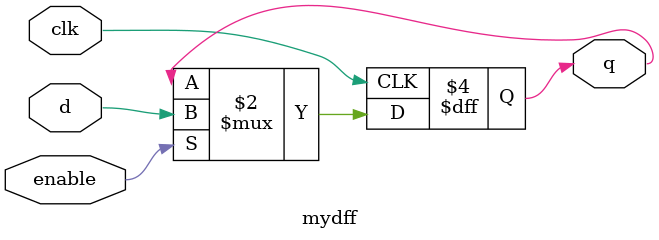
<source format=v>
module top_module (
    input clk,
    input enable,
    input S,
    input A, B, C,
    output Z ); 
    
    wire[7:0] Q;
    wire[2:0] i;

    mydff instance1 (S,clk,enable,Q[0]);
    mydff instance2 (Q[0],clk,enable,Q[1]);
    mydff instance3 (Q[1],clk,enable,Q[2]);
    mydff instance4 (Q[2],clk,enable,Q[3]);
    mydff instance5 (Q[3],clk,enable,Q[4]);
    mydff instance6 (Q[4],clk,enable,Q[5]);
    mydff instance7 (Q[5],clk,enable,Q[6]);
    mydff instance8 (Q[6],clk,enable,Q[7]);
    
    assign i = {A,B,C};
    assign Z = Q[i];
endmodule

module mydff (input d, clk, enable, output q );
    always @(posedge clk)
        if (enable)
            q <= d;
endmodule
</source>
